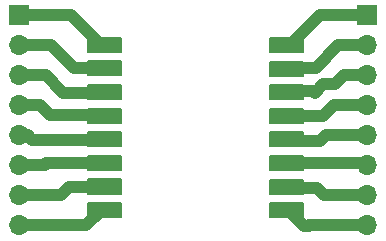
<source format=gbr>
%TF.GenerationSoftware,KiCad,Pcbnew,7.0.5*%
%TF.CreationDate,2024-02-12T15:58:31-03:00*%
%TF.ProjectId,baseSX1276,62617365-5358-4313-9237-362e6b696361,rev?*%
%TF.SameCoordinates,Original*%
%TF.FileFunction,Copper,L2,Bot*%
%TF.FilePolarity,Positive*%
%FSLAX46Y46*%
G04 Gerber Fmt 4.6, Leading zero omitted, Abs format (unit mm)*
G04 Created by KiCad (PCBNEW 7.0.5) date 2024-02-12 15:58:31*
%MOMM*%
%LPD*%
G01*
G04 APERTURE LIST*
%TA.AperFunction,NonConductor*%
%ADD10C,0.200000*%
%TD*%
%TA.AperFunction,ComponentPad*%
%ADD11R,1.700000X1.700000*%
%TD*%
%TA.AperFunction,ComponentPad*%
%ADD12O,1.700000X1.700000*%
%TD*%
%TA.AperFunction,Conductor*%
%ADD13C,1.000000*%
%TD*%
G04 APERTURE END LIST*
D10*
X138810000Y-69150000D02*
X141600000Y-69150000D01*
X141600000Y-70350000D01*
X138810000Y-70350000D01*
X138810000Y-69150000D01*
%TA.AperFunction,NonConductor*%
G36*
X138810000Y-69150000D02*
G01*
X141600000Y-69150000D01*
X141600000Y-70350000D01*
X138810000Y-70350000D01*
X138810000Y-69150000D01*
G37*
%TD.AperFunction*%
X123410000Y-73140000D02*
X126200000Y-73140000D01*
X126200000Y-74340000D01*
X123410000Y-74340000D01*
X123410000Y-73140000D01*
%TA.AperFunction,NonConductor*%
G36*
X123410000Y-73140000D02*
G01*
X126200000Y-73140000D01*
X126200000Y-74340000D01*
X123410000Y-74340000D01*
X123410000Y-73140000D01*
G37*
%TD.AperFunction*%
X123410000Y-79140000D02*
X126200000Y-79140000D01*
X126200000Y-80340000D01*
X123410000Y-80340000D01*
X123410000Y-79140000D01*
%TA.AperFunction,NonConductor*%
G36*
X123410000Y-79140000D02*
G01*
X126200000Y-79140000D01*
X126200000Y-80340000D01*
X123410000Y-80340000D01*
X123410000Y-79140000D01*
G37*
%TD.AperFunction*%
X123410000Y-65155000D02*
X126200000Y-65155000D01*
X126200000Y-66355000D01*
X123410000Y-66355000D01*
X123410000Y-65155000D01*
%TA.AperFunction,NonConductor*%
G36*
X123410000Y-65155000D02*
G01*
X126200000Y-65155000D01*
X126200000Y-66355000D01*
X123410000Y-66355000D01*
X123410000Y-65155000D01*
G37*
%TD.AperFunction*%
X123405000Y-67150000D02*
X126195000Y-67150000D01*
X126195000Y-68350000D01*
X123405000Y-68350000D01*
X123405000Y-67150000D01*
%TA.AperFunction,NonConductor*%
G36*
X123405000Y-67150000D02*
G01*
X126195000Y-67150000D01*
X126195000Y-68350000D01*
X123405000Y-68350000D01*
X123405000Y-67150000D01*
G37*
%TD.AperFunction*%
X123400000Y-75140000D02*
X126190000Y-75140000D01*
X126190000Y-76340000D01*
X123400000Y-76340000D01*
X123400000Y-75140000D01*
%TA.AperFunction,NonConductor*%
G36*
X123400000Y-75140000D02*
G01*
X126190000Y-75140000D01*
X126190000Y-76340000D01*
X123400000Y-76340000D01*
X123400000Y-75140000D01*
G37*
%TD.AperFunction*%
X138810000Y-75150000D02*
X141600000Y-75150000D01*
X141600000Y-76350000D01*
X138810000Y-76350000D01*
X138810000Y-75150000D01*
%TA.AperFunction,NonConductor*%
G36*
X138810000Y-75150000D02*
G01*
X141600000Y-75150000D01*
X141600000Y-76350000D01*
X138810000Y-76350000D01*
X138810000Y-75150000D01*
G37*
%TD.AperFunction*%
X138810000Y-77160000D02*
X141600000Y-77160000D01*
X141600000Y-78360000D01*
X138810000Y-78360000D01*
X138810000Y-77160000D01*
%TA.AperFunction,NonConductor*%
G36*
X138810000Y-77160000D02*
G01*
X141600000Y-77160000D01*
X141600000Y-78360000D01*
X138810000Y-78360000D01*
X138810000Y-77160000D01*
G37*
%TD.AperFunction*%
X138800000Y-71150000D02*
X141590000Y-71150000D01*
X141590000Y-72350000D01*
X138800000Y-72350000D01*
X138800000Y-71150000D01*
%TA.AperFunction,NonConductor*%
G36*
X138800000Y-71150000D02*
G01*
X141590000Y-71150000D01*
X141590000Y-72350000D01*
X138800000Y-72350000D01*
X138800000Y-71150000D01*
G37*
%TD.AperFunction*%
X123420000Y-69160000D02*
X126210000Y-69160000D01*
X126210000Y-70360000D01*
X123420000Y-70360000D01*
X123420000Y-69160000D01*
%TA.AperFunction,NonConductor*%
G36*
X123420000Y-69160000D02*
G01*
X126210000Y-69160000D01*
X126210000Y-70360000D01*
X123420000Y-70360000D01*
X123420000Y-69160000D01*
G37*
%TD.AperFunction*%
X123420000Y-71160000D02*
X126210000Y-71160000D01*
X126210000Y-72360000D01*
X123420000Y-72360000D01*
X123420000Y-71160000D01*
%TA.AperFunction,NonConductor*%
G36*
X123420000Y-71160000D02*
G01*
X126210000Y-71160000D01*
X126210000Y-72360000D01*
X123420000Y-72360000D01*
X123420000Y-71160000D01*
G37*
%TD.AperFunction*%
X138810000Y-65150000D02*
X141600000Y-65150000D01*
X141600000Y-66350000D01*
X138810000Y-66350000D01*
X138810000Y-65150000D01*
%TA.AperFunction,NonConductor*%
G36*
X138810000Y-65150000D02*
G01*
X141600000Y-65150000D01*
X141600000Y-66350000D01*
X138810000Y-66350000D01*
X138810000Y-65150000D01*
G37*
%TD.AperFunction*%
X123410000Y-77150000D02*
X126200000Y-77150000D01*
X126200000Y-78350000D01*
X123410000Y-78350000D01*
X123410000Y-77150000D01*
%TA.AperFunction,NonConductor*%
G36*
X123410000Y-77150000D02*
G01*
X126200000Y-77150000D01*
X126200000Y-78350000D01*
X123410000Y-78350000D01*
X123410000Y-77150000D01*
G37*
%TD.AperFunction*%
X138810000Y-67170000D02*
X141600000Y-67170000D01*
X141600000Y-68370000D01*
X138810000Y-68370000D01*
X138810000Y-67170000D01*
%TA.AperFunction,NonConductor*%
G36*
X138810000Y-67170000D02*
G01*
X141600000Y-67170000D01*
X141600000Y-68370000D01*
X138810000Y-68370000D01*
X138810000Y-67170000D01*
G37*
%TD.AperFunction*%
X138810000Y-73160000D02*
X141600000Y-73160000D01*
X141600000Y-74360000D01*
X138810000Y-74360000D01*
X138810000Y-73160000D01*
%TA.AperFunction,NonConductor*%
G36*
X138810000Y-73160000D02*
G01*
X141600000Y-73160000D01*
X141600000Y-74360000D01*
X138810000Y-74360000D01*
X138810000Y-73160000D01*
G37*
%TD.AperFunction*%
X138800000Y-79160000D02*
X141590000Y-79160000D01*
X141590000Y-80360000D01*
X138800000Y-80360000D01*
X138800000Y-79160000D01*
%TA.AperFunction,NonConductor*%
G36*
X138800000Y-79160000D02*
G01*
X141590000Y-79160000D01*
X141590000Y-80360000D01*
X138800000Y-80360000D01*
X138800000Y-79160000D01*
G37*
%TD.AperFunction*%
D11*
%TO.P,J2,1,Pin_1*%
%TO.N,Net-(J1-Pin_7)*%
X117602000Y-63246000D03*
D12*
%TO.P,J2,2,Pin_2*%
%TO.N,Net-(J2-Pin_2)*%
X117602000Y-65786000D03*
%TO.P,J2,3,Pin_3*%
%TO.N,Net-(J2-Pin_3)*%
X117602000Y-68326000D03*
%TO.P,J2,4,Pin_4*%
%TO.N,Net-(J2-Pin_4)*%
X117602000Y-70866000D03*
%TO.P,J2,5,Pin_5*%
%TO.N,Net-(J2-Pin_5)*%
X117602000Y-73406000D03*
%TO.P,J2,6,Pin_6*%
%TO.N,Net-(J2-Pin_6)*%
X117602000Y-75946000D03*
%TO.P,J2,7,Pin_7*%
%TO.N,Net-(J2-Pin_7)*%
X117602000Y-78486000D03*
%TO.P,J2,8,Pin_8*%
%TO.N,Net-(J1-Pin_7)*%
X117602000Y-81026000D03*
%TD*%
D11*
%TO.P,J1,1,Pin_1*%
%TO.N,Net-(J1-Pin_1)*%
X147066000Y-63246000D03*
D12*
%TO.P,J1,2,Pin_2*%
%TO.N,Net-(J1-Pin_2)*%
X147066000Y-65786000D03*
%TO.P,J1,3,Pin_3*%
%TO.N,Net-(J1-Pin_3)*%
X147066000Y-68326000D03*
%TO.P,J1,4,Pin_4*%
%TO.N,Net-(J1-Pin_4)*%
X147066000Y-70866000D03*
%TO.P,J1,5,Pin_5*%
%TO.N,Net-(J1-Pin_5)*%
X147066000Y-73406000D03*
%TO.P,J1,6,Pin_6*%
%TO.N,Net-(J1-Pin_6)*%
X147066000Y-75946000D03*
%TO.P,J1,7,Pin_7*%
%TO.N,Net-(J1-Pin_7)*%
X147066000Y-78486000D03*
%TO.P,J1,8,Pin_8*%
%TO.N,Net-(J1-Pin_8)*%
X147066000Y-81026000D03*
%TD*%
D13*
%TO.N,Net-(J1-Pin_1)*%
X143054000Y-63246000D02*
X140500000Y-65800000D01*
X147066000Y-63246000D02*
X143054000Y-63246000D01*
%TO.N,Net-(J1-Pin_2)*%
X144614000Y-65786000D02*
X142700000Y-67700000D01*
X147066000Y-65786000D02*
X144614000Y-65786000D01*
X142700000Y-67700000D02*
X140500000Y-67700000D01*
%TO.N,Net-(J1-Pin_3)*%
X142600000Y-69800000D02*
X142500000Y-69700000D01*
X144300000Y-69100000D02*
X143300000Y-69100000D01*
X142500000Y-69700000D02*
X140500000Y-69700000D01*
X143300000Y-69100000D02*
X142600000Y-69800000D01*
X145074000Y-68326000D02*
X144300000Y-69100000D01*
X147066000Y-68326000D02*
X145074000Y-68326000D01*
%TO.N,Net-(J1-Pin_4)*%
X143300000Y-71800000D02*
X140500000Y-71800000D01*
X147066000Y-70866000D02*
X144234000Y-70866000D01*
X144234000Y-70866000D02*
X143300000Y-71800000D01*
%TO.N,Net-(J1-Pin_5)*%
X143100000Y-73900000D02*
X143594000Y-73406000D01*
X143594000Y-73406000D02*
X147066000Y-73406000D01*
X140500000Y-73900000D02*
X143100000Y-73900000D01*
%TO.N,Net-(J1-Pin_6)*%
X146920000Y-75800000D02*
X147066000Y-75946000D01*
X140500000Y-75800000D02*
X146920000Y-75800000D01*
%TO.N,Net-(J1-Pin_7)*%
X140500000Y-77900000D02*
X142800000Y-77900000D01*
X143414000Y-78486000D02*
X147066000Y-78486000D01*
X121946000Y-63246000D02*
X124500000Y-65800000D01*
X123274000Y-81026000D02*
X124500000Y-79800000D01*
X117602000Y-63246000D02*
X121946000Y-63246000D01*
X143400000Y-78500000D02*
X143414000Y-78486000D01*
X142800000Y-77900000D02*
X143400000Y-78500000D01*
X117602000Y-81026000D02*
X123274000Y-81026000D01*
%TO.N,Net-(J1-Pin_8)*%
X142100000Y-81100000D02*
X142174000Y-81026000D01*
X140500000Y-79900000D02*
X141700000Y-81100000D01*
X142174000Y-81026000D02*
X147066000Y-81026000D01*
X141700000Y-81100000D02*
X142100000Y-81100000D01*
%TO.N,Net-(J2-Pin_2)*%
X117602000Y-65786000D02*
X120286000Y-65786000D01*
X120286000Y-65786000D02*
X122200000Y-67700000D01*
X122200000Y-67700000D02*
X124500000Y-67700000D01*
%TO.N,Net-(J2-Pin_3)*%
X121300000Y-69800000D02*
X124500000Y-69800000D01*
X117602000Y-68326000D02*
X119826000Y-68326000D01*
X119826000Y-68326000D02*
X121300000Y-69800000D01*
%TO.N,Net-(J2-Pin_4)*%
X119366000Y-70866000D02*
X120200000Y-71700000D01*
X124400000Y-71700000D02*
X124500000Y-71800000D01*
X117602000Y-70866000D02*
X119366000Y-70866000D01*
X120200000Y-71700000D02*
X124400000Y-71700000D01*
%TO.N,Net-(J2-Pin_5)*%
X117602000Y-73406000D02*
X118306000Y-73406000D01*
X118306000Y-73406000D02*
X118700000Y-73800000D01*
X118700000Y-73800000D02*
X124500000Y-73800000D01*
%TO.N,Net-(J2-Pin_6)*%
X119754000Y-75946000D02*
X119900000Y-75800000D01*
X119900000Y-75800000D02*
X124500000Y-75800000D01*
X117602000Y-75946000D02*
X119754000Y-75946000D01*
%TO.N,Net-(J2-Pin_7)*%
X121114000Y-78486000D02*
X121800000Y-77800000D01*
X117602000Y-78486000D02*
X121114000Y-78486000D01*
X121800000Y-77800000D02*
X124500000Y-77800000D01*
%TD*%
M02*

</source>
